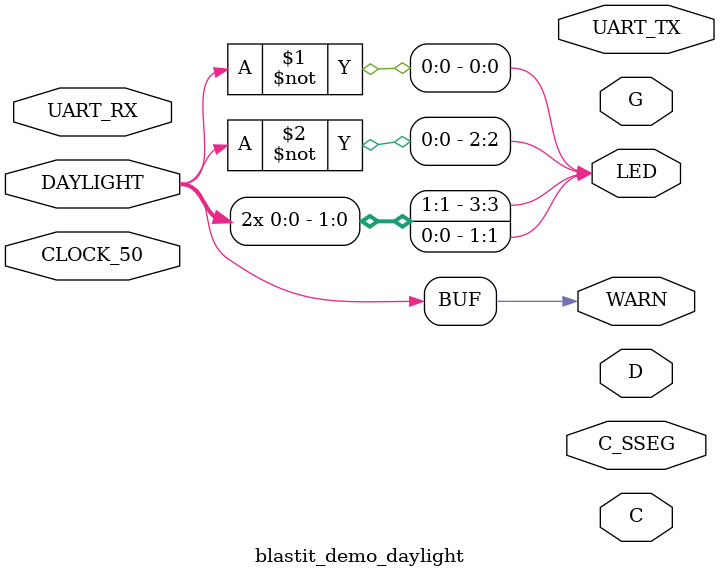
<source format=v>

module blastit_demo_daylight
(
	//
	// 50Mhz clock signal
	//
	input wire CLOCK_50,

	//
	// Daylight operation indicator
	//
	input wire DAYLIGHT,
	
	//
	// UART RX
	//
	input wire UART_RX,
	
	//
	// Seven segment selector output
	//
	output wire[7:0] C_SSEG,
	
	//
	// Seven segment selector address input
	//
	output wire[15:0] C,
	
	//
	// Diode array address output
	//
	output wire[9:0] D,
	
	//
	// Diode array address input
	//
	output wire[9:0] G,
	
	//
	// UART TX
	// 
	output wire UART_TX,
	
	//
	// (Possibly unused) status LEDs
	//
	output wire[3:0] LED,
	
	//
	// Warning indicator
	//
	output wire WARN
);

	assign WARN = DAYLIGHT;
	
	assign LED = { DAYLIGHT, ~DAYLIGHT, DAYLIGHT, ~DAYLIGHT };

endmodule
</source>
